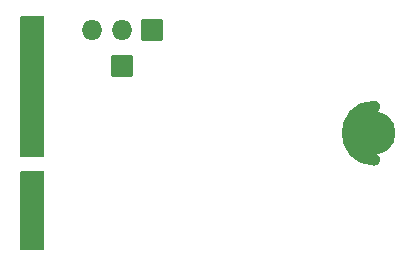
<source format=gbr>
G04 #@! TF.GenerationSoftware,KiCad,Pcbnew,6.0.7-1.fc36*
G04 #@! TF.CreationDate,2022-08-19T16:17:08-04:00*
G04 #@! TF.ProjectId,librem5-m2-breakout,6c696272-656d-4352-9d6d-322d62726561,v0.5.0*
G04 #@! TF.SameCoordinates,Original*
G04 #@! TF.FileFunction,Soldermask,Top*
G04 #@! TF.FilePolarity,Negative*
%FSLAX46Y46*%
G04 Gerber Fmt 4.6, Leading zero omitted, Abs format (unit mm)*
G04 Created by KiCad (PCBNEW 6.0.7-1.fc36) date 2022-08-19 16:17:08*
%MOMM*%
%LPD*%
G01*
G04 APERTURE LIST*
G04 Aperture macros list*
%AMRoundRect*
0 Rectangle with rounded corners*
0 $1 Rounding radius*
0 $2 $3 $4 $5 $6 $7 $8 $9 X,Y pos of 4 corners*
0 Add a 4 corners polygon primitive as box body*
4,1,4,$2,$3,$4,$5,$6,$7,$8,$9,$2,$3,0*
0 Add four circle primitives for the rounded corners*
1,1,$1+$1,$2,$3*
1,1,$1+$1,$4,$5*
1,1,$1+$1,$6,$7*
1,1,$1+$1,$8,$9*
0 Add four rect primitives between the rounded corners*
20,1,$1+$1,$2,$3,$4,$5,0*
20,1,$1+$1,$4,$5,$6,$7,0*
20,1,$1+$1,$6,$7,$8,$9,0*
20,1,$1+$1,$8,$9,$2,$3,0*%
G04 Aperture macros list end*
%ADD10C,1.000000*%
%ADD11C,3.650000*%
%ADD12RoundRect,0.075000X0.850000X0.175000X-0.850000X0.175000X-0.850000X-0.175000X0.850000X-0.175000X0*%
%ADD13RoundRect,0.010000X-0.850000X-0.850000X0.850000X-0.850000X0.850000X0.850000X-0.850000X0.850000X0*%
%ADD14RoundRect,0.010000X-0.850000X0.850000X-0.850000X-0.850000X0.850000X-0.850000X0.850000X0.850000X0*%
%ADD15O,1.720000X1.720000*%
G04 APERTURE END LIST*
D10*
X148850000Y-92750000D02*
G75*
G03*
X148850000Y-97250000I0J-2250000D01*
G01*
X148850000Y-92750000D02*
G75*
G03*
X148850000Y-97250000I0J-2250000D01*
G01*
D11*
X148850000Y-95000000D03*
D12*
X120000000Y-104250000D03*
X120000000Y-103750000D03*
X120000000Y-103250000D03*
X120000000Y-102750000D03*
X120000000Y-102250000D03*
X120000000Y-101750000D03*
X120000000Y-101250000D03*
X120000000Y-100750000D03*
X120000000Y-100250000D03*
X120000000Y-99750000D03*
X120000000Y-99250000D03*
X120000000Y-98750000D03*
X120000000Y-96250000D03*
X120000000Y-95750000D03*
X120000000Y-95250000D03*
X120000000Y-94750000D03*
X120000000Y-94250000D03*
X120000000Y-93750000D03*
X120000000Y-93250000D03*
X120000000Y-92750000D03*
X120000000Y-92250000D03*
X120000000Y-91750000D03*
X120000000Y-91250000D03*
X120000000Y-90750000D03*
X120000000Y-90250000D03*
X120000000Y-89750000D03*
X120000000Y-89250000D03*
X120000000Y-88750000D03*
X120000000Y-88250000D03*
X120000000Y-87750000D03*
X120000000Y-87250000D03*
X120000000Y-86750000D03*
X120000000Y-86250000D03*
X120000000Y-85750000D03*
D13*
X127460000Y-89300000D03*
D14*
X130000000Y-86300000D03*
D15*
X127460000Y-86300000D03*
X124920000Y-86300000D03*
G36*
X120867121Y-85095002D02*
G01*
X120913614Y-85148658D01*
X120925000Y-85201000D01*
X120925000Y-96899000D01*
X120904998Y-96967121D01*
X120851342Y-97013614D01*
X120799000Y-97025000D01*
X118976000Y-97025000D01*
X118907879Y-97004998D01*
X118861386Y-96951342D01*
X118850000Y-96899000D01*
X118850000Y-85201000D01*
X118870002Y-85132879D01*
X118923658Y-85086386D01*
X118976000Y-85075000D01*
X120799000Y-85075000D01*
X120867121Y-85095002D01*
G37*
G36*
X120867121Y-98245002D02*
G01*
X120913614Y-98298658D01*
X120925000Y-98351000D01*
X120925000Y-104799000D01*
X120904998Y-104867121D01*
X120851342Y-104913614D01*
X120799000Y-104925000D01*
X118976000Y-104925000D01*
X118907879Y-104904998D01*
X118861386Y-104851342D01*
X118850000Y-104799000D01*
X118850000Y-98351000D01*
X118870002Y-98282879D01*
X118923658Y-98236386D01*
X118976000Y-98225000D01*
X120799000Y-98225000D01*
X120867121Y-98245002D01*
G37*
G36*
X120907590Y-98218081D02*
G01*
X120924620Y-98223081D01*
X120925185Y-98223673D01*
X120926000Y-98223673D01*
X120926512Y-98224095D01*
X120929403Y-98227432D01*
X120929845Y-98228317D01*
X120931954Y-98238013D01*
X120932000Y-98238438D01*
X120932000Y-104907027D01*
X120931919Y-104907590D01*
X120926919Y-104924620D01*
X120926327Y-104925185D01*
X120926327Y-104926000D01*
X120925905Y-104926512D01*
X120922568Y-104929403D01*
X120921683Y-104929845D01*
X120911987Y-104931954D01*
X120911562Y-104932000D01*
X118867973Y-104932000D01*
X118867410Y-104931919D01*
X118850380Y-104926919D01*
X118849815Y-104926327D01*
X118849000Y-104926327D01*
X118848488Y-104925905D01*
X118845971Y-104923000D01*
X118852000Y-104923000D01*
X120923000Y-104923000D01*
X120923000Y-98227000D01*
X118852000Y-98227000D01*
X118852000Y-104923000D01*
X118845971Y-104923000D01*
X118845597Y-104922568D01*
X118845155Y-104921683D01*
X118843046Y-104911987D01*
X118843000Y-104911562D01*
X118843000Y-98242973D01*
X118843081Y-98242410D01*
X118848081Y-98225380D01*
X118848673Y-98224815D01*
X118848673Y-98224000D01*
X118849095Y-98223488D01*
X118852432Y-98220597D01*
X118853317Y-98220155D01*
X118863013Y-98218046D01*
X118863438Y-98218000D01*
X120907027Y-98218000D01*
X120907590Y-98218081D01*
G37*
G36*
X120907590Y-85068081D02*
G01*
X120924620Y-85073081D01*
X120925185Y-85073673D01*
X120926000Y-85073673D01*
X120926512Y-85074095D01*
X120929403Y-85077432D01*
X120929845Y-85078317D01*
X120931954Y-85088013D01*
X120932000Y-85088438D01*
X120932000Y-97007027D01*
X120931919Y-97007590D01*
X120926919Y-97024620D01*
X120926327Y-97025185D01*
X120926327Y-97026000D01*
X120925905Y-97026512D01*
X120922568Y-97029403D01*
X120921683Y-97029845D01*
X120911987Y-97031954D01*
X120911562Y-97032000D01*
X118867973Y-97032000D01*
X118867410Y-97031919D01*
X118850380Y-97026919D01*
X118849815Y-97026327D01*
X118849000Y-97026327D01*
X118848488Y-97025905D01*
X118845971Y-97023000D01*
X118852000Y-97023000D01*
X120923000Y-97023000D01*
X120923000Y-85077000D01*
X118852000Y-85077000D01*
X118852000Y-97023000D01*
X118845971Y-97023000D01*
X118845597Y-97022568D01*
X118845155Y-97021683D01*
X118843046Y-97011987D01*
X118843000Y-97011562D01*
X118843000Y-85092973D01*
X118843081Y-85092410D01*
X118848081Y-85075380D01*
X118848673Y-85074815D01*
X118848673Y-85074000D01*
X118849095Y-85073488D01*
X118852432Y-85070597D01*
X118853317Y-85070155D01*
X118863013Y-85068046D01*
X118863438Y-85068000D01*
X120907027Y-85068000D01*
X120907590Y-85068081D01*
G37*
M02*

</source>
